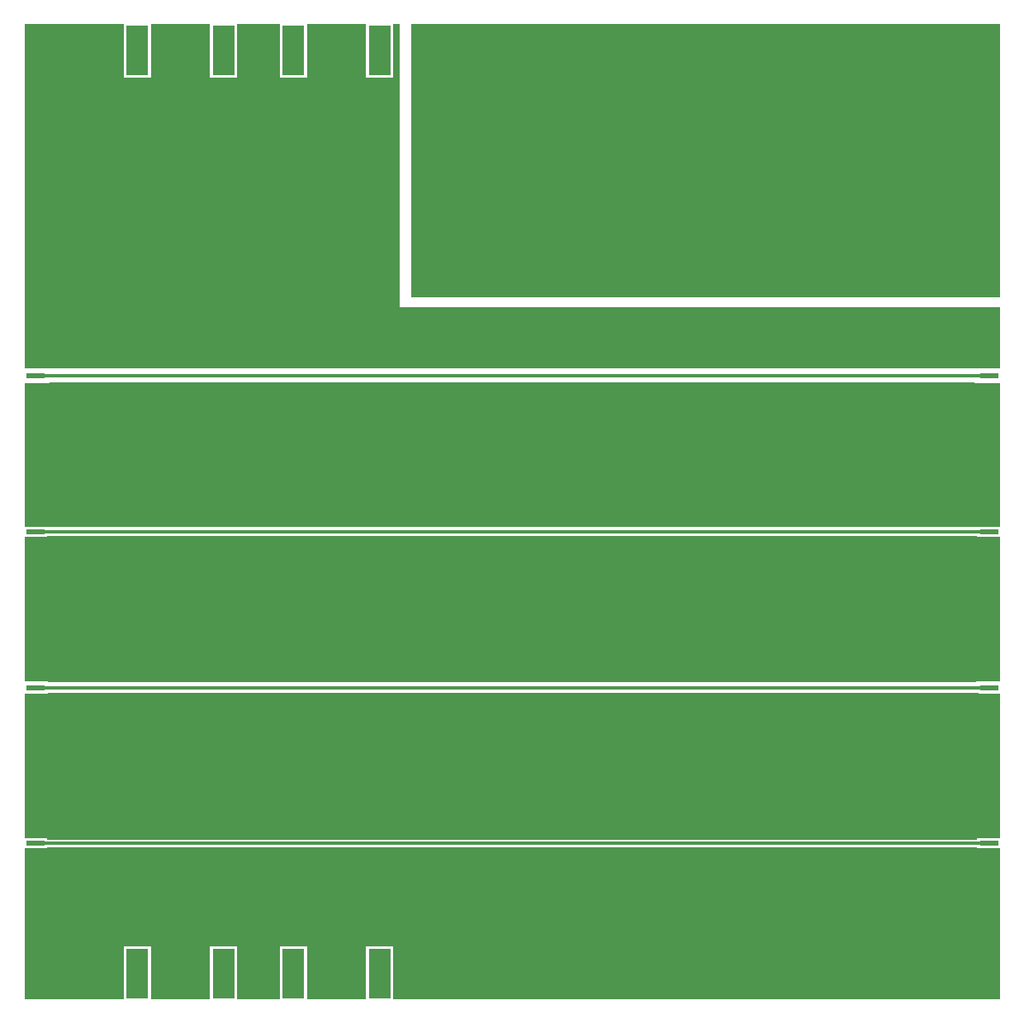
<source format=gtl>
G04*
G04 #@! TF.GenerationSoftware,Altium Limited,Altium Designer,19.1.7 (138)*
G04*
G04 Layer_Physical_Order=1*
G04 Layer_Color=255*
%FSLAX25Y25*%
%MOIN*%
G70*
G01*
G75*
%ADD12R,0.07500X0.02000*%
%ADD13R,0.20000X0.09000*%
%ADD14R,0.09000X0.20000*%
%ADD15C,0.01364*%
%ADD16C,0.01309*%
%ADD23C,0.01218*%
%ADD24C,0.01500*%
G36*
X384601Y60992D02*
X393701D01*
Y0D01*
X148884D01*
Y21600D01*
X137884D01*
Y0D01*
X114084D01*
Y21600D01*
X103084D01*
Y0D01*
X85892D01*
Y21600D01*
X74892D01*
Y0D01*
X51092D01*
Y21600D01*
X40092D01*
Y0D01*
X0D01*
Y60992D01*
X9100D01*
Y61352D01*
X384601D01*
Y60992D01*
D02*
G37*
G36*
X384101Y123484D02*
X393701D01*
Y64992D01*
X384601D01*
Y64633D01*
X9100D01*
Y64992D01*
X0D01*
Y123484D01*
X9600D01*
Y123787D01*
X384101D01*
Y123484D01*
D02*
G37*
G36*
X384601Y186976D02*
X393701D01*
Y128484D01*
X384101D01*
Y128181D01*
X9600D01*
Y128484D01*
X0D01*
Y186976D01*
X9100D01*
Y187289D01*
X384601D01*
Y186976D01*
D02*
G37*
G36*
X151500Y279528D02*
X393701Y279528D01*
Y254969D01*
X383601D01*
Y254674D01*
X10100D01*
Y254969D01*
X0D01*
Y393701D01*
X40092Y393701D01*
Y372101D01*
X51092D01*
Y393701D01*
X74892D01*
Y372101D01*
X85892D01*
Y393701D01*
X103084D01*
Y372101D01*
X114084D01*
Y393701D01*
X137884D01*
Y372101D01*
X148884D01*
Y393701D01*
X151500D01*
X151500Y279528D01*
D02*
G37*
G36*
X393701Y283465D02*
X156000Y283465D01*
Y393701D01*
X393701Y393701D01*
Y283465D01*
D02*
G37*
G36*
X383601Y248969D02*
X393701D01*
Y190976D01*
X384601D01*
Y190664D01*
X9100D01*
Y190976D01*
X0D01*
Y248969D01*
X10100D01*
Y249263D01*
X383601D01*
Y248969D01*
D02*
G37*
D12*
X389351Y251969D02*
D03*
Y125984D02*
D03*
X4350D02*
D03*
X389351Y62992D02*
D03*
X4350D02*
D03*
X389351Y188976D02*
D03*
X4350D02*
D03*
Y251969D02*
D03*
D13*
X383101Y234569D02*
D03*
Y269369D02*
D03*
Y330900D02*
D03*
Y296100D02*
D03*
Y143384D02*
D03*
Y108584D02*
D03*
X10600D02*
D03*
Y143384D02*
D03*
X383101Y80392D02*
D03*
Y45592D02*
D03*
X10600D02*
D03*
Y80392D02*
D03*
X383101Y206376D02*
D03*
Y171576D02*
D03*
X10600D02*
D03*
Y206376D02*
D03*
Y234569D02*
D03*
Y269369D02*
D03*
D14*
X45592Y10600D02*
D03*
X80392D02*
D03*
Y383101D02*
D03*
X45592D02*
D03*
X108584Y10600D02*
D03*
X143384D02*
D03*
Y383101D02*
D03*
X108584D02*
D03*
X302100Y383101D02*
D03*
X336900D02*
D03*
X245598D02*
D03*
X280398D02*
D03*
D15*
X4350Y251969D02*
X389351D01*
D16*
X4350Y188976D02*
X389351D01*
X4350Y125984D02*
X389351D01*
D23*
X4350Y62992D02*
X389351D01*
D24*
X389584Y256246D02*
D03*
X385584Y256244D02*
D03*
X381596Y255942D02*
D03*
X377596D02*
D03*
X373596D02*
D03*
X369596D02*
D03*
X365596D02*
D03*
X361596D02*
D03*
X357596D02*
D03*
X353596D02*
D03*
X349596D02*
D03*
X345596D02*
D03*
X341596D02*
D03*
X337596D02*
D03*
X333596D02*
D03*
X329596D02*
D03*
X325596D02*
D03*
X321596D02*
D03*
X317596D02*
D03*
X313596D02*
D03*
X309596D02*
D03*
X305596D02*
D03*
X301596D02*
D03*
X297596D02*
D03*
X293596D02*
D03*
X289596D02*
D03*
X285596D02*
D03*
X281596D02*
D03*
X277596D02*
D03*
X273596D02*
D03*
X269596D02*
D03*
X265596D02*
D03*
X261596D02*
D03*
X257596D02*
D03*
X253596D02*
D03*
X249596D02*
D03*
X245596D02*
D03*
X241596D02*
D03*
X237596D02*
D03*
X233596D02*
D03*
X229596D02*
D03*
X225596D02*
D03*
X221596D02*
D03*
X217596D02*
D03*
X213596D02*
D03*
X209596D02*
D03*
X205596D02*
D03*
X201596D02*
D03*
X197596D02*
D03*
X193596D02*
D03*
X189596D02*
D03*
X185596D02*
D03*
X181596D02*
D03*
X177596D02*
D03*
X173596D02*
D03*
X169596D02*
D03*
X165596D02*
D03*
X161596D02*
D03*
X157596D02*
D03*
X153596D02*
D03*
X149596D02*
D03*
X145596D02*
D03*
X141596D02*
D03*
X137596D02*
D03*
X113596D02*
D03*
X109596D02*
D03*
X105596D02*
D03*
X101596D02*
D03*
X97596D02*
D03*
X93596D02*
D03*
X89596D02*
D03*
X85596D02*
D03*
X81596D02*
D03*
X77596D02*
D03*
X73596D02*
D03*
X53596D02*
D03*
X49596D02*
D03*
X45596D02*
D03*
X41596D02*
D03*
X37596D02*
D03*
X33596D02*
D03*
X29596D02*
D03*
X25596D02*
D03*
X21596D02*
D03*
X17596D02*
D03*
X13596D02*
D03*
X9596D02*
D03*
X5607Y256246D02*
D03*
X1607D02*
D03*
X3948Y247691D02*
D03*
X7948D02*
D03*
X11936Y247995D02*
D03*
X15936D02*
D03*
X19936D02*
D03*
X23936D02*
D03*
X27936D02*
D03*
X31936D02*
D03*
X35936D02*
D03*
X39936D02*
D03*
X43936D02*
D03*
X47936D02*
D03*
X51936D02*
D03*
X75936D02*
D03*
X79936D02*
D03*
X83936D02*
D03*
X87936D02*
D03*
X91936D02*
D03*
X95936D02*
D03*
X99936D02*
D03*
X103936D02*
D03*
X107936D02*
D03*
X111936D02*
D03*
X115936D02*
D03*
X135936D02*
D03*
X139936D02*
D03*
X143936D02*
D03*
X147936D02*
D03*
X151936D02*
D03*
X155936D02*
D03*
X159936D02*
D03*
X163936D02*
D03*
X167936D02*
D03*
X171936D02*
D03*
X175936D02*
D03*
X179936D02*
D03*
X183936D02*
D03*
X187936D02*
D03*
X191936D02*
D03*
X195936D02*
D03*
X199936D02*
D03*
X203936D02*
D03*
X207936D02*
D03*
X211936D02*
D03*
X215936D02*
D03*
X219936D02*
D03*
X223936D02*
D03*
X227936D02*
D03*
X231936D02*
D03*
X235936D02*
D03*
X239936D02*
D03*
X243936D02*
D03*
X247936D02*
D03*
X251936D02*
D03*
X255936D02*
D03*
X259936D02*
D03*
X263936D02*
D03*
X267936D02*
D03*
X271936D02*
D03*
X275936D02*
D03*
X279936D02*
D03*
X283936D02*
D03*
X287936D02*
D03*
X291936D02*
D03*
X295936D02*
D03*
X299936D02*
D03*
X303936D02*
D03*
X307936D02*
D03*
X311936D02*
D03*
X315936D02*
D03*
X319936D02*
D03*
X323936D02*
D03*
X327936D02*
D03*
X331936D02*
D03*
X335936D02*
D03*
X339936D02*
D03*
X343936D02*
D03*
X347936D02*
D03*
X351936D02*
D03*
X355936D02*
D03*
X359936D02*
D03*
X363936D02*
D03*
X367936D02*
D03*
X371936D02*
D03*
X375936D02*
D03*
X379936D02*
D03*
X383936D02*
D03*
X387925Y247691D02*
D03*
X116500Y66000D02*
D03*
X84722Y65907D02*
D03*
X80722D02*
D03*
X84436Y60077D02*
D03*
X80436D02*
D03*
X76722Y65907D02*
D03*
X76436Y60077D02*
D03*
X72722Y65907D02*
D03*
X72436Y60077D02*
D03*
X84732Y128946D02*
D03*
X80732D02*
D03*
X84433Y123023D02*
D03*
X80433D02*
D03*
X76732Y128946D02*
D03*
X72732D02*
D03*
X76433Y123023D02*
D03*
X72433D02*
D03*
X84732Y191938D02*
D03*
X84433Y186015D02*
D03*
X80732Y191938D02*
D03*
X80433Y186015D02*
D03*
X76732Y191938D02*
D03*
X76433Y186015D02*
D03*
X72732Y191938D02*
D03*
X72433Y186015D02*
D03*
X100722Y65907D02*
D03*
X96722D02*
D03*
X100436Y60077D02*
D03*
X96436D02*
D03*
X92722Y65907D02*
D03*
X88722D02*
D03*
X92436Y60077D02*
D03*
X88436D02*
D03*
X52732Y191938D02*
D03*
X32433Y186015D02*
D03*
X28732Y191938D02*
D03*
X28433Y186015D02*
D03*
X24732Y191938D02*
D03*
X24433Y186015D02*
D03*
X20732Y191938D02*
D03*
X20433Y186015D02*
D03*
X16700Y204700D02*
D03*
X16600Y208300D02*
D03*
X16732Y191938D02*
D03*
X16433Y186015D02*
D03*
X36732Y191938D02*
D03*
X36433Y186015D02*
D03*
X32732Y191938D02*
D03*
X52436Y60077D02*
D03*
X52722Y65907D02*
D03*
X44436Y60077D02*
D03*
X44722Y65907D02*
D03*
X48436Y60077D02*
D03*
X48722Y65907D02*
D03*
X40436Y60077D02*
D03*
X40722Y65907D02*
D03*
X52433Y186015D02*
D03*
X44732Y191938D02*
D03*
X48732D02*
D03*
X44433Y186015D02*
D03*
X48433D02*
D03*
X40732Y191938D02*
D03*
X40433Y186015D02*
D03*
X136433D02*
D03*
X136732Y191938D02*
D03*
X140433Y186015D02*
D03*
X144433D02*
D03*
X140732Y191938D02*
D03*
X144732D02*
D03*
X148433Y186015D02*
D03*
X148732Y191938D02*
D03*
X116433Y123023D02*
D03*
X112433D02*
D03*
X112732Y128946D02*
D03*
X108433Y123023D02*
D03*
X104433D02*
D03*
X108732Y128946D02*
D03*
X104732D02*
D03*
X116436Y60077D02*
D03*
X112436D02*
D03*
X112722Y65907D02*
D03*
X108436Y60077D02*
D03*
X104436D02*
D03*
X108722Y65907D02*
D03*
X104722D02*
D03*
X36722D02*
D03*
X36436Y60077D02*
D03*
X28722Y65907D02*
D03*
X32722D02*
D03*
X28436Y60077D02*
D03*
X32436D02*
D03*
X24436D02*
D03*
X24722Y65907D02*
D03*
X36732Y128946D02*
D03*
X32732D02*
D03*
X36433Y123023D02*
D03*
X32433D02*
D03*
X28732Y128946D02*
D03*
X24732D02*
D03*
X28433Y123023D02*
D03*
X24433D02*
D03*
X20722Y65907D02*
D03*
X20436Y60077D02*
D03*
X388725Y192271D02*
D03*
X384729Y192097D02*
D03*
X380732Y191938D02*
D03*
X376732D02*
D03*
X372732D02*
D03*
X368732D02*
D03*
X364732D02*
D03*
X360732D02*
D03*
X356732D02*
D03*
X352732D02*
D03*
X348732D02*
D03*
X344732D02*
D03*
X340732D02*
D03*
X336732D02*
D03*
X332732D02*
D03*
X328732D02*
D03*
X324732D02*
D03*
X320732D02*
D03*
X316732D02*
D03*
X312732D02*
D03*
X308732D02*
D03*
X304732D02*
D03*
X300732D02*
D03*
X296732D02*
D03*
X292732D02*
D03*
X288732D02*
D03*
X284732D02*
D03*
X280732D02*
D03*
X276732D02*
D03*
X272732D02*
D03*
X268732D02*
D03*
X264732D02*
D03*
X260732D02*
D03*
X256732D02*
D03*
X252732D02*
D03*
X248732D02*
D03*
X244732D02*
D03*
X240732D02*
D03*
X236732D02*
D03*
X232732D02*
D03*
X228732D02*
D03*
X224732D02*
D03*
X220732D02*
D03*
X216732D02*
D03*
X212732D02*
D03*
X208732D02*
D03*
X204732D02*
D03*
X200732D02*
D03*
X196732D02*
D03*
X192732D02*
D03*
X188732D02*
D03*
X184732D02*
D03*
X180732D02*
D03*
X176732D02*
D03*
X172732D02*
D03*
X168732D02*
D03*
X164732D02*
D03*
X160732D02*
D03*
X156732D02*
D03*
X152732D02*
D03*
X112732D02*
D03*
X108732D02*
D03*
X104732D02*
D03*
X100732D02*
D03*
X96732D02*
D03*
X92732D02*
D03*
X88732D02*
D03*
X12732D02*
D03*
X8737Y192144D02*
D03*
X4739Y192271D02*
D03*
X4442Y185682D02*
D03*
X8441Y185750D02*
D03*
X12433Y186015D02*
D03*
X88433D02*
D03*
X92433D02*
D03*
X96433D02*
D03*
X100433D02*
D03*
X104433D02*
D03*
X108433D02*
D03*
X112433D02*
D03*
X116433D02*
D03*
X152433D02*
D03*
X156433D02*
D03*
X160433D02*
D03*
X164433D02*
D03*
X168433D02*
D03*
X172433D02*
D03*
X176433D02*
D03*
X180433D02*
D03*
X184433D02*
D03*
X188433D02*
D03*
X192433D02*
D03*
X196433D02*
D03*
X200433D02*
D03*
X204433D02*
D03*
X208433D02*
D03*
X212433D02*
D03*
X216433D02*
D03*
X220433D02*
D03*
X224433D02*
D03*
X228433D02*
D03*
X232433D02*
D03*
X236433D02*
D03*
X240433D02*
D03*
X244433D02*
D03*
X248433D02*
D03*
X252433D02*
D03*
X256433D02*
D03*
X260433D02*
D03*
X264433D02*
D03*
X268433D02*
D03*
X272433D02*
D03*
X276433D02*
D03*
X280433D02*
D03*
X284433D02*
D03*
X288433D02*
D03*
X292433D02*
D03*
X296433D02*
D03*
X300433D02*
D03*
X304433D02*
D03*
X308433D02*
D03*
X312433D02*
D03*
X316433D02*
D03*
X320433D02*
D03*
X324433D02*
D03*
X328433D02*
D03*
X332433D02*
D03*
X336433D02*
D03*
X340433D02*
D03*
X344433D02*
D03*
X348433D02*
D03*
X352433D02*
D03*
X356433D02*
D03*
X360433D02*
D03*
X364433D02*
D03*
X368433D02*
D03*
X372433D02*
D03*
X376433D02*
D03*
X380433D02*
D03*
X384433D02*
D03*
X388419Y185682D02*
D03*
X388725Y129278D02*
D03*
X384729Y129105D02*
D03*
X380732Y128946D02*
D03*
X376732D02*
D03*
X372732D02*
D03*
X368732D02*
D03*
X364732D02*
D03*
X360732D02*
D03*
X356732D02*
D03*
X352732D02*
D03*
X348732D02*
D03*
X344732D02*
D03*
X340732D02*
D03*
X336732D02*
D03*
X332732D02*
D03*
X328732D02*
D03*
X324732D02*
D03*
X320732D02*
D03*
X316732D02*
D03*
X312732D02*
D03*
X308732D02*
D03*
X304732D02*
D03*
X300732D02*
D03*
X296732D02*
D03*
X292732D02*
D03*
X288732D02*
D03*
X284732D02*
D03*
X280732D02*
D03*
X276732D02*
D03*
X272732D02*
D03*
X268732D02*
D03*
X264732D02*
D03*
X260732D02*
D03*
X256732D02*
D03*
X252732D02*
D03*
X248732D02*
D03*
X244732D02*
D03*
X240732D02*
D03*
X236732D02*
D03*
X232732D02*
D03*
X228732D02*
D03*
X224732D02*
D03*
X220732D02*
D03*
X216732D02*
D03*
X212732D02*
D03*
X208732D02*
D03*
X204732D02*
D03*
X200732D02*
D03*
X196732D02*
D03*
X192732D02*
D03*
X188732D02*
D03*
X184732D02*
D03*
X180732D02*
D03*
X176732D02*
D03*
X172732D02*
D03*
X168732D02*
D03*
X164732D02*
D03*
X160732D02*
D03*
X156732D02*
D03*
X152732D02*
D03*
X148732D02*
D03*
X144732D02*
D03*
X140732D02*
D03*
X136732D02*
D03*
X100732D02*
D03*
X96732D02*
D03*
X92732D02*
D03*
X88732D02*
D03*
X52732D02*
D03*
X48732D02*
D03*
X44732D02*
D03*
X40732D02*
D03*
X20732D02*
D03*
X16732D02*
D03*
X12732D02*
D03*
X8737Y129152D02*
D03*
X4739Y129278D02*
D03*
X4442Y122690D02*
D03*
X8441Y122758D02*
D03*
X12433Y123023D02*
D03*
X16433D02*
D03*
X20433D02*
D03*
X40433D02*
D03*
X44433D02*
D03*
X48433D02*
D03*
X52433D02*
D03*
X88433D02*
D03*
X92433D02*
D03*
X96433D02*
D03*
X100433D02*
D03*
X136433D02*
D03*
X140433D02*
D03*
X144433D02*
D03*
X148433D02*
D03*
X152433D02*
D03*
X156433D02*
D03*
X160433D02*
D03*
X164433D02*
D03*
X168433D02*
D03*
X172433D02*
D03*
X176433D02*
D03*
X180433D02*
D03*
X184433D02*
D03*
X188433D02*
D03*
X192433D02*
D03*
X196433D02*
D03*
X200433D02*
D03*
X204433D02*
D03*
X208433D02*
D03*
X212433D02*
D03*
X216433D02*
D03*
X220433D02*
D03*
X224433D02*
D03*
X228433D02*
D03*
X232433D02*
D03*
X236433D02*
D03*
X240433D02*
D03*
X244433D02*
D03*
X248433D02*
D03*
X252433D02*
D03*
X256433D02*
D03*
X260433D02*
D03*
X264433D02*
D03*
X268433D02*
D03*
X272433D02*
D03*
X276433D02*
D03*
X280433D02*
D03*
X284433D02*
D03*
X288433D02*
D03*
X292433D02*
D03*
X296433D02*
D03*
X300433D02*
D03*
X304433D02*
D03*
X308433D02*
D03*
X312433D02*
D03*
X316433D02*
D03*
X320433D02*
D03*
X324433D02*
D03*
X328433D02*
D03*
X332433D02*
D03*
X336433D02*
D03*
X340433D02*
D03*
X344433D02*
D03*
X348433D02*
D03*
X352433D02*
D03*
X356433D02*
D03*
X360433D02*
D03*
X364433D02*
D03*
X368433D02*
D03*
X372433D02*
D03*
X376433D02*
D03*
X380433D02*
D03*
X384433D02*
D03*
X388419Y122690D02*
D03*
X388713Y66286D02*
D03*
X384717Y66108D02*
D03*
X380722Y65907D02*
D03*
X376722D02*
D03*
X372722D02*
D03*
X368722D02*
D03*
X364722D02*
D03*
X360722D02*
D03*
X356722D02*
D03*
X352722D02*
D03*
X348722D02*
D03*
X344722D02*
D03*
X340722D02*
D03*
X336722D02*
D03*
X332722D02*
D03*
X328722D02*
D03*
X324722D02*
D03*
X320722D02*
D03*
X316722D02*
D03*
X312722D02*
D03*
X308722D02*
D03*
X304722D02*
D03*
X300722D02*
D03*
X296722D02*
D03*
X292722D02*
D03*
X288722D02*
D03*
X284722D02*
D03*
X280722D02*
D03*
X276722D02*
D03*
X272722D02*
D03*
X268722D02*
D03*
X264722D02*
D03*
X260722D02*
D03*
X256722D02*
D03*
X252722D02*
D03*
X248722D02*
D03*
X244722D02*
D03*
X240722D02*
D03*
X236722D02*
D03*
X232722D02*
D03*
X228722D02*
D03*
X224722D02*
D03*
X220722D02*
D03*
X216722D02*
D03*
X212722D02*
D03*
X208722D02*
D03*
X204722D02*
D03*
X200722D02*
D03*
X196722D02*
D03*
X192722D02*
D03*
X188722D02*
D03*
X184722D02*
D03*
X180722D02*
D03*
X176722D02*
D03*
X172722D02*
D03*
X168722D02*
D03*
X164722D02*
D03*
X160722D02*
D03*
X156722D02*
D03*
X152722D02*
D03*
X148722D02*
D03*
X144722D02*
D03*
X140722D02*
D03*
X136722D02*
D03*
X16722D02*
D03*
X12722D02*
D03*
X8730Y66161D02*
D03*
X4732Y66286D02*
D03*
X4448Y59698D02*
D03*
X8448Y59767D02*
D03*
X12436Y60077D02*
D03*
X16436D02*
D03*
X136436D02*
D03*
X140436D02*
D03*
X144436D02*
D03*
X148436D02*
D03*
X152436D02*
D03*
X156436D02*
D03*
X160436D02*
D03*
X164436D02*
D03*
X168436D02*
D03*
X172436D02*
D03*
X176436D02*
D03*
X180436D02*
D03*
X184436D02*
D03*
X188436D02*
D03*
X192436D02*
D03*
X196436D02*
D03*
X200436D02*
D03*
X204436D02*
D03*
X208436D02*
D03*
X212436D02*
D03*
X216436D02*
D03*
X220436D02*
D03*
X224436D02*
D03*
X228436D02*
D03*
X232436D02*
D03*
X236436D02*
D03*
X240436D02*
D03*
X244436D02*
D03*
X248436D02*
D03*
X252436D02*
D03*
X256436D02*
D03*
X260436D02*
D03*
X264436D02*
D03*
X268436D02*
D03*
X272436D02*
D03*
X276436D02*
D03*
X280436D02*
D03*
X284436D02*
D03*
X288436D02*
D03*
X292436D02*
D03*
X296436D02*
D03*
X300436D02*
D03*
X304436D02*
D03*
X308436D02*
D03*
X312436D02*
D03*
X316436D02*
D03*
X320436D02*
D03*
X324436D02*
D03*
X328436D02*
D03*
X332436D02*
D03*
X336436D02*
D03*
X340436D02*
D03*
X344436D02*
D03*
X348436D02*
D03*
X352436D02*
D03*
X356436D02*
D03*
X360436D02*
D03*
X364436D02*
D03*
X368436D02*
D03*
X372436D02*
D03*
X376436D02*
D03*
X380436D02*
D03*
X384436Y60065D02*
D03*
X388419Y59698D02*
D03*
X144800Y4100D02*
D03*
X141400Y3500D02*
D03*
X141600Y10900D02*
D03*
X146500D02*
D03*
X146400Y18100D02*
D03*
X141000Y18000D02*
D03*
X110800Y3800D02*
D03*
X106700Y3300D02*
D03*
X106500Y10800D02*
D03*
X111100Y11100D02*
D03*
X111200Y18300D02*
D03*
X106000Y18500D02*
D03*
X83400Y3900D02*
D03*
X77400Y3700D02*
D03*
X77600Y10700D02*
D03*
X83000Y10800D02*
D03*
X82700Y17900D02*
D03*
X78000Y18000D02*
D03*
X48200Y4400D02*
D03*
X43500D02*
D03*
Y10400D02*
D03*
X48000Y10500D02*
D03*
X47700Y17400D02*
D03*
X43000Y17500D02*
D03*
X145800Y376700D02*
D03*
X141100Y376400D02*
D03*
Y383700D02*
D03*
X145600Y384000D02*
D03*
X145800Y391100D02*
D03*
X141000Y391000D02*
D03*
X110900Y375900D02*
D03*
X106000Y376000D02*
D03*
Y383200D02*
D03*
X111400Y383000D02*
D03*
X111100Y390600D02*
D03*
X106000Y390500D02*
D03*
X83200Y376600D02*
D03*
X77900Y376400D02*
D03*
X78100Y383000D02*
D03*
X82800Y383100D02*
D03*
X83200Y390000D02*
D03*
X78000D02*
D03*
X48500Y376400D02*
D03*
X43100Y376800D02*
D03*
X43000Y382900D02*
D03*
X48300Y383400D02*
D03*
Y391100D02*
D03*
X43000Y391000D02*
D03*
X335000Y377300D02*
D03*
X334800Y383700D02*
D03*
X334900Y390000D02*
D03*
X339000Y390100D02*
D03*
X338800Y383800D02*
D03*
X338600Y377200D02*
D03*
X300400Y377400D02*
D03*
X300200Y383800D02*
D03*
X300300Y390100D02*
D03*
X304400Y390200D02*
D03*
X304200Y383900D02*
D03*
X304000Y377300D02*
D03*
X278600Y376700D02*
D03*
X278400Y383100D02*
D03*
X278500Y389400D02*
D03*
X282600Y389500D02*
D03*
X282400Y383200D02*
D03*
X282200Y376600D02*
D03*
X243600D02*
D03*
X243400Y383000D02*
D03*
X243500Y389300D02*
D03*
X247600Y389400D02*
D03*
X247400Y383100D02*
D03*
X247200Y376500D02*
D03*
X377800Y47600D02*
D03*
X383900D02*
D03*
X389900Y47700D02*
D03*
X390000Y44100D02*
D03*
X384000Y43900D02*
D03*
X377800Y43800D02*
D03*
X376700Y82300D02*
D03*
X382800D02*
D03*
X388800Y82400D02*
D03*
X388900Y78800D02*
D03*
X382900Y78600D02*
D03*
X376700Y78500D02*
D03*
Y110400D02*
D03*
X382800D02*
D03*
X388800Y110500D02*
D03*
X388900Y106900D02*
D03*
X382900Y106700D02*
D03*
X376700Y106600D02*
D03*
X377300Y145100D02*
D03*
X383400D02*
D03*
X389400Y145200D02*
D03*
X389500Y141600D02*
D03*
X383500Y141400D02*
D03*
X377300Y141300D02*
D03*
X377000Y173400D02*
D03*
X383100D02*
D03*
X389100Y173500D02*
D03*
X389200Y169900D02*
D03*
X383200Y169700D02*
D03*
X377000Y169600D02*
D03*
X376900Y208200D02*
D03*
X383000D02*
D03*
X389000Y208300D02*
D03*
X389100Y204700D02*
D03*
X383100Y204500D02*
D03*
X376900Y204400D02*
D03*
X376700Y236600D02*
D03*
X382800D02*
D03*
X388800Y236700D02*
D03*
X388900Y233100D02*
D03*
X382900Y232900D02*
D03*
X376700Y232800D02*
D03*
X377500Y271200D02*
D03*
X383600D02*
D03*
X389600Y271300D02*
D03*
X389700Y267700D02*
D03*
X383700Y267500D02*
D03*
X377500Y267400D02*
D03*
X4800Y271100D02*
D03*
X10900D02*
D03*
X16900Y271200D02*
D03*
X17000Y267600D02*
D03*
X11000Y267400D02*
D03*
X4800Y267300D02*
D03*
Y236000D02*
D03*
X10900D02*
D03*
X16900Y236100D02*
D03*
X17000Y232500D02*
D03*
X11000Y232300D02*
D03*
X4800Y232200D02*
D03*
X4500Y208200D02*
D03*
X10600D02*
D03*
X10700Y204500D02*
D03*
X4500Y204400D02*
D03*
Y173400D02*
D03*
X10600D02*
D03*
X16600Y173500D02*
D03*
X16700Y169900D02*
D03*
X10700Y169700D02*
D03*
X4500Y169600D02*
D03*
X4800Y145400D02*
D03*
X10900D02*
D03*
X16900Y145500D02*
D03*
X17000Y141900D02*
D03*
X11000Y141700D02*
D03*
X4800Y141600D02*
D03*
X4600Y110600D02*
D03*
X10700D02*
D03*
X16700Y110700D02*
D03*
X16800Y107100D02*
D03*
X10800Y106900D02*
D03*
X4600Y106800D02*
D03*
X4400Y82300D02*
D03*
X10500D02*
D03*
X16500Y82400D02*
D03*
X16600Y78800D02*
D03*
X10600Y78600D02*
D03*
X4400Y78500D02*
D03*
X3700Y47400D02*
D03*
X9800D02*
D03*
X15800Y47500D02*
D03*
X15900Y43900D02*
D03*
X9900Y43700D02*
D03*
X3700Y43600D02*
D03*
X376200Y328900D02*
D03*
X382800Y328700D02*
D03*
X389100Y328500D02*
D03*
X389000Y332600D02*
D03*
X382700Y332700D02*
D03*
X376300Y332500D02*
D03*
X376200Y294200D02*
D03*
X382400Y294100D02*
D03*
X387800Y294200D02*
D03*
Y298300D02*
D03*
X382400D02*
D03*
X376200D02*
D03*
X387100Y309900D02*
D03*
X391000Y317300D02*
D03*
X386700Y317200D02*
D03*
X381800Y316800D02*
D03*
X382600Y310400D02*
D03*
X378600Y310300D02*
D03*
X373500D02*
D03*
X368200Y310200D02*
D03*
X377400Y317000D02*
D03*
X371600Y316900D02*
D03*
X366200Y316800D02*
D03*
X360100D02*
D03*
X354200D02*
D03*
X362100Y310200D02*
D03*
X357100D02*
D03*
X350700D02*
D03*
X344800Y310100D02*
D03*
X339200Y310200D02*
D03*
X348500Y316800D02*
D03*
X343800Y316700D02*
D03*
X339200D02*
D03*
M02*

</source>
